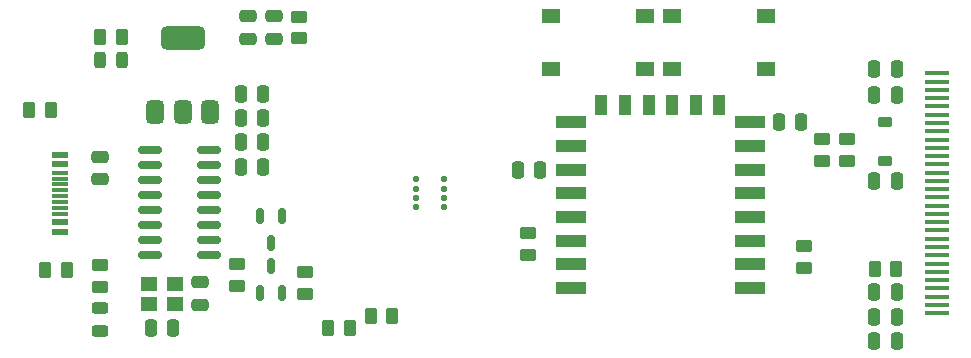
<source format=gbr>
%TF.GenerationSoftware,KiCad,Pcbnew,8.0.6*%
%TF.CreationDate,2024-10-17T21:48:28+02:00*%
%TF.ProjectId,weatherStationBoard,77656174-6865-4725-9374-6174696f6e42,rev?*%
%TF.SameCoordinates,Original*%
%TF.FileFunction,Paste,Top*%
%TF.FilePolarity,Positive*%
%FSLAX46Y46*%
G04 Gerber Fmt 4.6, Leading zero omitted, Abs format (unit mm)*
G04 Created by KiCad (PCBNEW 8.0.6) date 2024-10-17 21:48:28*
%MOMM*%
%LPD*%
G01*
G04 APERTURE LIST*
G04 Aperture macros list*
%AMRoundRect*
0 Rectangle with rounded corners*
0 $1 Rounding radius*
0 $2 $3 $4 $5 $6 $7 $8 $9 X,Y pos of 4 corners*
0 Add a 4 corners polygon primitive as box body*
4,1,4,$2,$3,$4,$5,$6,$7,$8,$9,$2,$3,0*
0 Add four circle primitives for the rounded corners*
1,1,$1+$1,$2,$3*
1,1,$1+$1,$4,$5*
1,1,$1+$1,$6,$7*
1,1,$1+$1,$8,$9*
0 Add four rect primitives between the rounded corners*
20,1,$1+$1,$2,$3,$4,$5,0*
20,1,$1+$1,$4,$5,$6,$7,0*
20,1,$1+$1,$6,$7,$8,$9,0*
20,1,$1+$1,$8,$9,$2,$3,0*%
G04 Aperture macros list end*
%ADD10R,1.450000X0.600000*%
%ADD11R,1.450000X0.300000*%
%ADD12RoundRect,0.250000X-0.250000X-0.475000X0.250000X-0.475000X0.250000X0.475000X-0.250000X0.475000X0*%
%ADD13R,1.550000X1.300000*%
%ADD14RoundRect,0.150000X0.150000X-0.512500X0.150000X0.512500X-0.150000X0.512500X-0.150000X-0.512500X0*%
%ADD15RoundRect,0.250000X-0.262500X-0.450000X0.262500X-0.450000X0.262500X0.450000X-0.262500X0.450000X0*%
%ADD16RoundRect,0.250000X0.450000X-0.262500X0.450000X0.262500X-0.450000X0.262500X-0.450000X-0.262500X0*%
%ADD17RoundRect,0.250000X-0.450000X0.262500X-0.450000X-0.262500X0.450000X-0.262500X0.450000X0.262500X0*%
%ADD18RoundRect,0.250000X-0.475000X0.250000X-0.475000X-0.250000X0.475000X-0.250000X0.475000X0.250000X0*%
%ADD19RoundRect,0.375000X0.375000X-0.625000X0.375000X0.625000X-0.375000X0.625000X-0.375000X-0.625000X0*%
%ADD20RoundRect,0.500000X1.400000X-0.500000X1.400000X0.500000X-1.400000X0.500000X-1.400000X-0.500000X0*%
%ADD21RoundRect,0.150000X-0.150000X0.512500X-0.150000X-0.512500X0.150000X-0.512500X0.150000X0.512500X0*%
%ADD22RoundRect,0.243750X0.243750X0.456250X-0.243750X0.456250X-0.243750X-0.456250X0.243750X-0.456250X0*%
%ADD23RoundRect,0.250000X0.250000X0.475000X-0.250000X0.475000X-0.250000X-0.475000X0.250000X-0.475000X0*%
%ADD24RoundRect,0.250000X0.262500X0.450000X-0.262500X0.450000X-0.262500X-0.450000X0.262500X-0.450000X0*%
%ADD25RoundRect,0.250000X0.475000X-0.250000X0.475000X0.250000X-0.475000X0.250000X-0.475000X-0.250000X0*%
%ADD26R,2.500000X1.000000*%
%ADD27R,1.000000X1.800000*%
%ADD28R,2.000000X0.400000*%
%ADD29RoundRect,0.243750X0.456250X-0.243750X0.456250X0.243750X-0.456250X0.243750X-0.456250X-0.243750X0*%
%ADD30RoundRect,0.150000X-0.825000X-0.150000X0.825000X-0.150000X0.825000X0.150000X-0.825000X0.150000X0*%
%ADD31R,1.400000X1.200000*%
%ADD32RoundRect,0.125000X-0.137500X0.125000X-0.137500X-0.125000X0.137500X-0.125000X0.137500X0.125000X0*%
%ADD33RoundRect,0.225000X-0.375000X0.225000X-0.375000X-0.225000X0.375000X-0.225000X0.375000X0.225000X0*%
G04 APERTURE END LIST*
D10*
%TO.C,J1*%
X153170000Y-110255000D03*
X153170000Y-111055000D03*
D11*
X153170000Y-112255000D03*
X153170000Y-113255000D03*
X153170000Y-113755000D03*
X153170000Y-114755000D03*
D10*
X153170000Y-115955000D03*
X153170000Y-116755000D03*
X153170000Y-116755000D03*
X153170000Y-115955000D03*
D11*
X153170000Y-115255000D03*
X153170000Y-114255000D03*
X153170000Y-112755000D03*
X153170000Y-111755000D03*
D10*
X153170000Y-111055000D03*
X153170000Y-110255000D03*
%TD*%
D12*
%TO.C,C4*%
X160850000Y-124900000D03*
X162750000Y-124900000D03*
%TD*%
D13*
%TO.C,S2*%
X212975000Y-103000000D03*
X205025000Y-103000000D03*
X212975000Y-98500000D03*
X205025000Y-98500000D03*
%TD*%
D14*
%TO.C,Q1*%
X170100000Y-121975000D03*
X172000000Y-121975000D03*
X171050000Y-119700000D03*
%TD*%
D15*
%TO.C,R3*%
X175887500Y-124900000D03*
X177712500Y-124900000D03*
%TD*%
D16*
%TO.C,R11*%
X219775000Y-110762500D03*
X219775000Y-108937500D03*
%TD*%
D17*
%TO.C,R12*%
X217650000Y-108927500D03*
X217650000Y-110752500D03*
%TD*%
D18*
%TO.C,C3*%
X165050000Y-121050000D03*
X165050000Y-122950000D03*
%TD*%
D17*
%TO.C,R10*%
X192800000Y-116887500D03*
X192800000Y-118712500D03*
%TD*%
D19*
%TO.C,U4*%
X161250000Y-106650000D03*
X163550000Y-106650000D03*
D20*
X163550000Y-100350000D03*
D19*
X165850000Y-106650000D03*
%TD*%
D21*
%TO.C,Q2*%
X172000000Y-115400000D03*
X170100000Y-115400000D03*
X171050000Y-117675000D03*
%TD*%
D22*
%TO.C,D1*%
X158437500Y-102250000D03*
X156562500Y-102250000D03*
%TD*%
D12*
%TO.C,C6*%
X168500000Y-107150000D03*
X170400000Y-107150000D03*
%TD*%
%TO.C,C2*%
X168500000Y-111250000D03*
X170400000Y-111250000D03*
%TD*%
D23*
%TO.C,C18*%
X224000000Y-123950000D03*
X222100000Y-123950000D03*
%TD*%
D16*
%TO.C,R5*%
X173900000Y-122012500D03*
X173900000Y-120187500D03*
%TD*%
D24*
%TO.C,R8*%
X153762500Y-119970000D03*
X151937500Y-119970000D03*
%TD*%
D12*
%TO.C,C5*%
X214050000Y-107500000D03*
X215950000Y-107500000D03*
%TD*%
D25*
%TO.C,C9*%
X171250000Y-100400000D03*
X171250000Y-98500000D03*
%TD*%
D15*
%TO.C,R14*%
X222137500Y-119900000D03*
X223962500Y-119900000D03*
%TD*%
%TO.C,R2*%
X179487500Y-123900000D03*
X181312500Y-123900000D03*
%TD*%
D26*
%TO.C,U1*%
X211600000Y-121500000D03*
X211600000Y-119500000D03*
X211600000Y-117500000D03*
X211600000Y-115500000D03*
X211600000Y-113500000D03*
X211600000Y-111500000D03*
X211600000Y-109500000D03*
X211600000Y-107500000D03*
D27*
X209000000Y-106000000D03*
X207000000Y-106000000D03*
X205000000Y-106000000D03*
X203000000Y-106000000D03*
X201000000Y-106000000D03*
X199000000Y-106000000D03*
D26*
X196400000Y-107500000D03*
X196400000Y-109500000D03*
X196400000Y-111500000D03*
X196400000Y-113500000D03*
X196400000Y-115500000D03*
X196400000Y-117500000D03*
X196400000Y-119500000D03*
X196400000Y-121500000D03*
%TD*%
D12*
%TO.C,C1*%
X168500000Y-109200000D03*
X170400000Y-109200000D03*
%TD*%
D23*
%TO.C,C14*%
X224000000Y-112450000D03*
X222100000Y-112450000D03*
%TD*%
D28*
%TO.C,J3*%
X227400000Y-103350000D03*
X227400000Y-104050000D03*
X227400000Y-104750000D03*
X227400000Y-105450000D03*
X227400000Y-106150000D03*
X227400000Y-106850000D03*
X227400000Y-107550000D03*
X227400000Y-108250000D03*
X227400000Y-108950000D03*
X227400000Y-109650000D03*
X227400000Y-110350000D03*
X227400000Y-111050000D03*
X227400000Y-111800000D03*
X227400000Y-112450000D03*
X227400000Y-113150000D03*
X227400000Y-113850000D03*
X227400000Y-114550000D03*
X227400000Y-115250000D03*
X227400000Y-115950000D03*
X227400000Y-116650000D03*
X227400000Y-117350000D03*
X227400000Y-118050000D03*
X227400000Y-118750000D03*
X227400000Y-119450000D03*
X227400000Y-120150000D03*
X227400000Y-120850000D03*
X227400000Y-121550000D03*
X227400000Y-122250000D03*
X227400000Y-122950000D03*
X227400000Y-123650000D03*
%TD*%
D29*
%TO.C,D2*%
X156550000Y-125125000D03*
X156550000Y-123250000D03*
%TD*%
D24*
%TO.C,R6*%
X152390000Y-106410000D03*
X150565000Y-106410000D03*
%TD*%
D12*
%TO.C,C12*%
X191950000Y-111550000D03*
X193850000Y-111550000D03*
%TD*%
D25*
%TO.C,C10*%
X156560000Y-112330000D03*
X156560000Y-110430000D03*
%TD*%
D12*
%TO.C,C7*%
X168500000Y-105100000D03*
X170400000Y-105100000D03*
%TD*%
D30*
%TO.C,U2*%
X160825000Y-109805000D03*
X160825000Y-111075000D03*
X160825000Y-112345000D03*
X160825000Y-113615000D03*
X160825000Y-114885000D03*
X160825000Y-116155000D03*
X160825000Y-117425000D03*
X160825000Y-118695000D03*
X165775000Y-118695000D03*
X165775000Y-117425000D03*
X165775000Y-116155000D03*
X165775000Y-114885000D03*
X165775000Y-113615000D03*
X165775000Y-112345000D03*
X165775000Y-111075000D03*
X165775000Y-109805000D03*
%TD*%
D17*
%TO.C,R13*%
X216200000Y-117987500D03*
X216200000Y-119812500D03*
%TD*%
D31*
%TO.C,Y1*%
X162900000Y-121150000D03*
X160700000Y-121150000D03*
X160700000Y-122850000D03*
X162900000Y-122850000D03*
%TD*%
D32*
%TO.C,U3*%
X185687500Y-112300000D03*
X185687500Y-113100000D03*
X185687500Y-113900000D03*
X185687500Y-114700000D03*
X183312500Y-114700000D03*
X183312500Y-113900000D03*
X183312500Y-113100000D03*
X183312500Y-112300000D03*
%TD*%
D25*
%TO.C,C8*%
X169100000Y-100400000D03*
X169100000Y-98500000D03*
%TD*%
D17*
%TO.C,R9*%
X168150000Y-119487500D03*
X168150000Y-121312500D03*
%TD*%
D23*
%TO.C,C17*%
X224000000Y-126000000D03*
X222100000Y-126000000D03*
%TD*%
D33*
%TO.C,D4*%
X223050000Y-107450000D03*
X223050000Y-110750000D03*
%TD*%
D23*
%TO.C,C16*%
X224000000Y-121900000D03*
X222100000Y-121900000D03*
%TD*%
D17*
%TO.C,R7*%
X173400000Y-98537500D03*
X173400000Y-100362500D03*
%TD*%
D23*
%TO.C,C13*%
X224000000Y-105200000D03*
X222100000Y-105200000D03*
%TD*%
D24*
%TO.C,R4*%
X158412500Y-100250000D03*
X156587500Y-100250000D03*
%TD*%
D23*
%TO.C,C15*%
X224000000Y-102950000D03*
X222100000Y-102950000D03*
%TD*%
D17*
%TO.C,R1*%
X156550000Y-119587500D03*
X156550000Y-121412500D03*
%TD*%
D13*
%TO.C,S1*%
X202725000Y-103000000D03*
X194775000Y-103000000D03*
X202725000Y-98500000D03*
X194775000Y-98500000D03*
%TD*%
M02*

</source>
